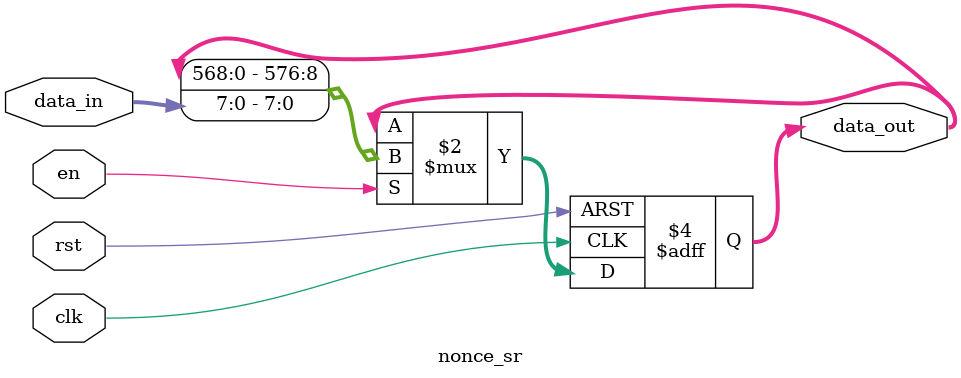
<source format=v>
module nonce_sr
(
	input wire rst,
	input wire clk,
	input wire en,
	input wire [7:0] data_in,
	output reg [576:0] data_out
);

always @(posedge clk or posedge rst) begin
	if(rst) begin
		data_out <= 0;
	end
	else begin
		if(en) begin
			data_out <= {data_out, data_in};
		end
	end
end
endmodule

</source>
